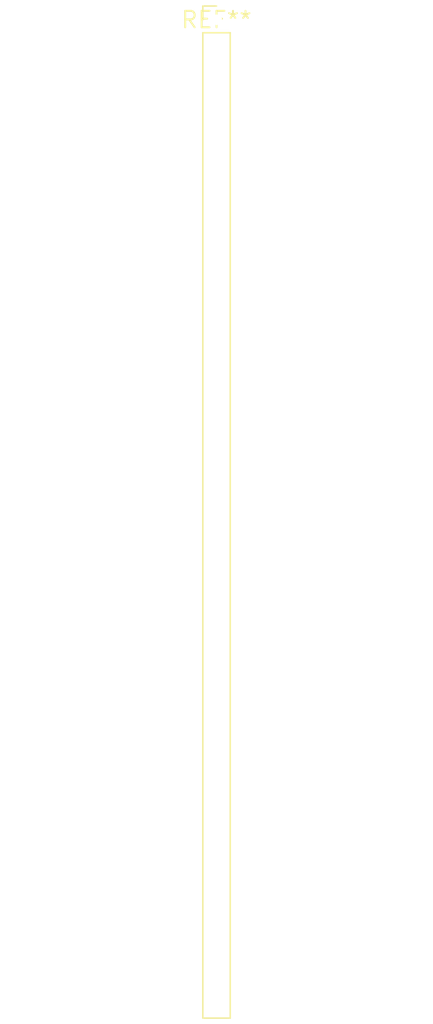
<source format=kicad_pcb>
(kicad_pcb (version 20240108) (generator pcbnew)
  (layers (0 "F.Cu" signal) (31 "B.Cu" signal) (34 "B.Paste" user) (35 "F.Paste" user) (36 "B.SilkS" user "B.Silkscreen") (37 "F.SilkS" user "F.Silkscreen") (38 "B.Mask" user) (39 "F.Mask" user) (44 "Edge.Cuts" user))
  (net 0 "")
  (footprint "PinHeader_1x39_P2.00mm_Vertical" (layer "F.Cu") (at 0 0)
    (property "Reference" "REF**")
    (property "Value" "PinHeader_1x39_P2.00mm_Vertical")
    (fp_line (start -1.06 -1.06) (end 0 -1.06) (layer "F.SilkS") (stroke (width 0.12)))
    (fp_line (start -1.06 0) (end -1.06 -1.06) (layer "F.SilkS") (stroke (width 0.12)))
    (fp_line (start -1.06 1) (end -1.06 77.06) (layer "F.SilkS") (stroke (width 0.12)))
    (fp_line (start -1.06 1) (end 1.06 1) (layer "F.SilkS") (stroke (width 0.12)))
    (fp_line (start -1.06 77.06) (end 1.06 77.06) (layer "F.SilkS") (stroke (width 0.12)))
    (fp_line (start 1.06 1) (end 1.06 77.06) (layer "F.SilkS") (stroke (width 0.12)))
    (pad "1" thru_hole rect (at 0 0) (size 1.35 1.35) (drill 0.8) (layers *.Cu *.Mask) (remove_unused_layers))
    (pad "2" thru_hole oval (at 0 2) (size 1.35 1.35) (drill 0.8) (layers *.Cu *.Mask) (remove_unused_layers))
    (pad "3" thru_hole oval (at 0 4) (size 1.35 1.35) (drill 0.8) (layers *.Cu *.Mask) (remove_unused_layers))
    (pad "4" thru_hole oval (at 0 6) (size 1.35 1.35) (drill 0.8) (layers *.Cu *.Mask) (remove_unused_layers))
    (pad "5" thru_hole oval (at 0 8) (size 1.35 1.35) (drill 0.8) (layers *.Cu *.Mask) (remove_unused_layers))
    (pad "6" thru_hole oval (at 0 10) (size 1.35 1.35) (drill 0.8) (layers *.Cu *.Mask) (remove_unused_layers))
    (pad "7" thru_hole oval (at 0 12) (size 1.35 1.35) (drill 0.8) (layers *.Cu *.Mask) (remove_unused_layers))
    (pad "8" thru_hole oval (at 0 14) (size 1.35 1.35) (drill 0.8) (layers *.Cu *.Mask) (remove_unused_layers))
    (pad "9" thru_hole oval (at 0 16) (size 1.35 1.35) (drill 0.8) (layers *.Cu *.Mask) (remove_unused_layers))
    (pad "10" thru_hole oval (at 0 18) (size 1.35 1.35) (drill 0.8) (layers *.Cu *.Mask) (remove_unused_layers))
    (pad "11" thru_hole oval (at 0 20) (size 1.35 1.35) (drill 0.8) (layers *.Cu *.Mask) (remove_unused_layers))
    (pad "12" thru_hole oval (at 0 22) (size 1.35 1.35) (drill 0.8) (layers *.Cu *.Mask) (remove_unused_layers))
    (pad "13" thru_hole oval (at 0 24) (size 1.35 1.35) (drill 0.8) (layers *.Cu *.Mask) (remove_unused_layers))
    (pad "14" thru_hole oval (at 0 26) (size 1.35 1.35) (drill 0.8) (layers *.Cu *.Mask) (remove_unused_layers))
    (pad "15" thru_hole oval (at 0 28) (size 1.35 1.35) (drill 0.8) (layers *.Cu *.Mask) (remove_unused_layers))
    (pad "16" thru_hole oval (at 0 30) (size 1.35 1.35) (drill 0.8) (layers *.Cu *.Mask) (remove_unused_layers))
    (pad "17" thru_hole oval (at 0 32) (size 1.35 1.35) (drill 0.8) (layers *.Cu *.Mask) (remove_unused_layers))
    (pad "18" thru_hole oval (at 0 34) (size 1.35 1.35) (drill 0.8) (layers *.Cu *.Mask) (remove_unused_layers))
    (pad "19" thru_hole oval (at 0 36) (size 1.35 1.35) (drill 0.8) (layers *.Cu *.Mask) (remove_unused_layers))
    (pad "20" thru_hole oval (at 0 38) (size 1.35 1.35) (drill 0.8) (layers *.Cu *.Mask) (remove_unused_layers))
    (pad "21" thru_hole oval (at 0 40) (size 1.35 1.35) (drill 0.8) (layers *.Cu *.Mask) (remove_unused_layers))
    (pad "22" thru_hole oval (at 0 42) (size 1.35 1.35) (drill 0.8) (layers *.Cu *.Mask) (remove_unused_layers))
    (pad "23" thru_hole oval (at 0 44) (size 1.35 1.35) (drill 0.8) (layers *.Cu *.Mask) (remove_unused_layers))
    (pad "24" thru_hole oval (at 0 46) (size 1.35 1.35) (drill 0.8) (layers *.Cu *.Mask) (remove_unused_layers))
    (pad "25" thru_hole oval (at 0 48) (size 1.35 1.35) (drill 0.8) (layers *.Cu *.Mask) (remove_unused_layers))
    (pad "26" thru_hole oval (at 0 50) (size 1.35 1.35) (drill 0.8) (layers *.Cu *.Mask) (remove_unused_layers))
    (pad "27" thru_hole oval (at 0 52) (size 1.35 1.35) (drill 0.8) (layers *.Cu *.Mask) (remove_unused_layers))
    (pad "28" thru_hole oval (at 0 54) (size 1.35 1.35) (drill 0.8) (layers *.Cu *.Mask) (remove_unused_layers))
    (pad "29" thru_hole oval (at 0 56) (size 1.35 1.35) (drill 0.8) (layers *.Cu *.Mask) (remove_unused_layers))
    (pad "30" thru_hole oval (at 0 58) (size 1.35 1.35) (drill 0.8) (layers *.Cu *.Mask) (remove_unused_layers))
    (pad "31" thru_hole oval (at 0 60) (size 1.35 1.35) (drill 0.8) (layers *.Cu *.Mask) (remove_unused_layers))
    (pad "32" thru_hole oval (at 0 62) (size 1.35 1.35) (drill 0.8) (layers *.Cu *.Mask) (remove_unused_layers))
    (pad "33" thru_hole oval (at 0 64) (size 1.35 1.35) (drill 0.8) (layers *.Cu *.Mask) (remove_unused_layers))
    (pad "34" thru_hole oval (at 0 66) (size 1.35 1.35) (drill 0.8) (layers *.Cu *.Mask) (remove_unused_layers))
    (pad "35" thru_hole oval (at 0 68) (size 1.35 1.35) (drill 0.8) (layers *.Cu *.Mask) (remove_unused_layers))
    (pad "36" thru_hole oval (at 0 70) (size 1.35 1.35) (drill 0.8) (layers *.Cu *.Mask) (remove_unused_layers))
    (pad "37" thru_hole oval (at 0 72) (size 1.35 1.35) (drill 0.8) (layers *.Cu *.Mask) (remove_unused_layers))
    (pad "38" thru_hole oval (at 0 74) (size 1.35 1.35) (drill 0.8) (layers *.Cu *.Mask) (remove_unused_layers))
    (pad "39" thru_hole oval (at 0 76) (size 1.35 1.35) (drill 0.8) (layers *.Cu *.Mask) (remove_unused_layers))
  )
)
</source>
